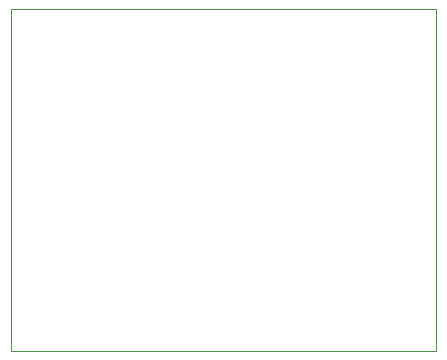
<source format=gbr>
G04 #@! TF.GenerationSoftware,KiCad,Pcbnew,(5.1.6)-1*
G04 #@! TF.CreationDate,2020-07-07T11:59:46-05:00*
G04 #@! TF.ProjectId,Xbee,58626565-2e6b-4696-9361-645f70636258,rev?*
G04 #@! TF.SameCoordinates,Original*
G04 #@! TF.FileFunction,Profile,NP*
%FSLAX46Y46*%
G04 Gerber Fmt 4.6, Leading zero omitted, Abs format (unit mm)*
G04 Created by KiCad (PCBNEW (5.1.6)-1) date 2020-07-07 11:59:46*
%MOMM*%
%LPD*%
G01*
G04 APERTURE LIST*
G04 #@! TA.AperFunction,Profile*
%ADD10C,0.050000*%
G04 #@! TD*
G04 APERTURE END LIST*
D10*
X138900000Y-102020000D02*
X138900000Y-131020000D01*
X102900000Y-102020000D02*
X138900000Y-102020000D01*
X102900000Y-131020000D02*
X102900000Y-102020000D01*
X138900000Y-131020000D02*
X102900000Y-131020000D01*
M02*

</source>
